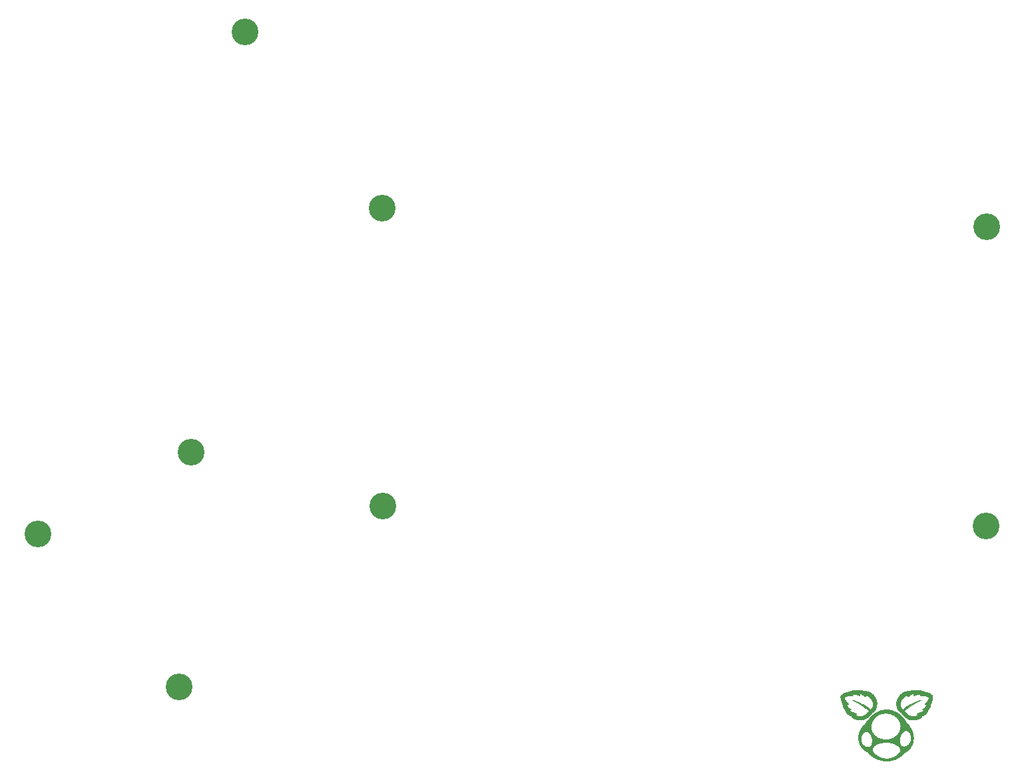
<source format=gbr>
%TF.GenerationSoftware,KiCad,Pcbnew,7.0.5-0*%
%TF.CreationDate,2024-02-11T16:28:25-08:00*%
%TF.ProjectId,Sofle_Pico_Bottom_Plate,536f666c-655f-4506-9963-6f5f426f7474,3.5.5*%
%TF.SameCoordinates,Original*%
%TF.FileFunction,Soldermask,Top*%
%TF.FilePolarity,Negative*%
%FSLAX46Y46*%
G04 Gerber Fmt 4.6, Leading zero omitted, Abs format (unit mm)*
G04 Created by KiCad (PCBNEW 7.0.5-0) date 2024-02-11 16:28:25*
%MOMM*%
%LPD*%
G01*
G04 APERTURE LIST*
%ADD10C,0.022619*%
%ADD11C,3.400000*%
G04 APERTURE END LIST*
%TO.C,REF\u002A\u002A*%
D10*
X188157952Y-127363632D02*
X188197722Y-127365223D01*
X188237587Y-127367758D01*
X188277502Y-127371252D01*
X188317417Y-127375721D01*
X188357287Y-127381180D01*
X188397063Y-127387646D01*
X188436698Y-127395133D01*
X188476146Y-127403659D01*
X188515359Y-127413238D01*
X188554289Y-127423886D01*
X188592889Y-127435619D01*
X188631113Y-127448453D01*
X188668912Y-127462403D01*
X188706240Y-127477486D01*
X188787192Y-127474029D01*
X188868850Y-127476362D01*
X188950925Y-127484356D01*
X189033127Y-127497884D01*
X189115166Y-127516816D01*
X189196750Y-127541024D01*
X189277591Y-127570379D01*
X189357398Y-127604753D01*
X189435881Y-127644017D01*
X189512749Y-127688042D01*
X189587713Y-127736700D01*
X189660483Y-127789863D01*
X189730767Y-127847401D01*
X189798277Y-127909187D01*
X189862721Y-127975091D01*
X189923810Y-128044985D01*
X189981254Y-128118741D01*
X190034762Y-128196229D01*
X190084045Y-128277321D01*
X190128811Y-128361889D01*
X190168772Y-128449804D01*
X190203636Y-128540938D01*
X190233114Y-128635161D01*
X190256915Y-128732346D01*
X190274750Y-128832364D01*
X190286328Y-128935085D01*
X190291358Y-129040382D01*
X190289552Y-129148126D01*
X190280618Y-129258188D01*
X190264267Y-129370440D01*
X190240208Y-129484754D01*
X190208151Y-129601000D01*
X190190078Y-129646749D01*
X190169813Y-129691461D01*
X190147442Y-129735087D01*
X190123048Y-129777577D01*
X190096715Y-129818883D01*
X190068529Y-129858955D01*
X190038572Y-129897745D01*
X190006929Y-129935203D01*
X189973685Y-129971281D01*
X189938924Y-130005930D01*
X189902730Y-130039101D01*
X189865186Y-130070744D01*
X189826378Y-130100812D01*
X189786389Y-130129254D01*
X189745304Y-130156022D01*
X189703208Y-130181067D01*
X189654371Y-130255262D01*
X189604537Y-130326657D01*
X189553454Y-130395327D01*
X189500866Y-130461345D01*
X189446519Y-130524785D01*
X189390159Y-130585722D01*
X189331532Y-130644230D01*
X189270383Y-130700383D01*
X189206460Y-130754255D01*
X189139506Y-130805920D01*
X189069268Y-130855452D01*
X188995493Y-130902925D01*
X188917925Y-130948414D01*
X188836310Y-130991992D01*
X188750395Y-131033734D01*
X188659925Y-131073713D01*
X188582109Y-131094360D01*
X188492209Y-131110854D01*
X188392198Y-131122720D01*
X188284047Y-131129487D01*
X188169729Y-131130681D01*
X188051213Y-131125828D01*
X187930474Y-131114457D01*
X187809482Y-131096095D01*
X187690209Y-131070267D01*
X187574627Y-131036502D01*
X187518836Y-131016494D01*
X187464708Y-130994325D01*
X187412488Y-130969936D01*
X187362423Y-130943266D01*
X187314760Y-130914256D01*
X187269745Y-130882849D01*
X187227624Y-130848984D01*
X187188645Y-130812603D01*
X187153053Y-130773645D01*
X187121095Y-130732054D01*
X187093017Y-130687768D01*
X187069066Y-130640729D01*
X186993936Y-130612424D01*
X186947783Y-130593510D01*
X186897110Y-130570717D01*
X186842821Y-130543517D01*
X186785820Y-130511379D01*
X186727011Y-130473777D01*
X186667297Y-130430180D01*
X186607583Y-130380059D01*
X186548772Y-130322887D01*
X186519988Y-130291491D01*
X186491769Y-130258134D01*
X186464227Y-130222750D01*
X186437477Y-130185272D01*
X186411630Y-130145634D01*
X186386800Y-130103771D01*
X186363099Y-130059616D01*
X186340641Y-130013103D01*
X186319539Y-129964166D01*
X186299906Y-129912739D01*
X186281855Y-129858756D01*
X186265498Y-129802150D01*
X186228529Y-129766698D01*
X186193785Y-129728232D01*
X186161296Y-129687061D01*
X186131092Y-129643498D01*
X186103203Y-129597852D01*
X186077659Y-129550433D01*
X186054489Y-129501553D01*
X186033724Y-129451521D01*
X186015394Y-129400649D01*
X185999528Y-129349247D01*
X185986157Y-129297625D01*
X185975310Y-129246095D01*
X185967017Y-129194966D01*
X185961309Y-129144548D01*
X185958215Y-129095154D01*
X185957765Y-129047093D01*
X185937818Y-129019142D01*
X185918940Y-128989873D01*
X185901085Y-128959422D01*
X185884208Y-128927925D01*
X185868264Y-128895518D01*
X185853208Y-128862339D01*
X185838994Y-128828524D01*
X185825577Y-128794208D01*
X185800953Y-128724623D01*
X185778973Y-128654675D01*
X185759276Y-128585455D01*
X185741499Y-128518055D01*
X185733037Y-128479155D01*
X185725147Y-128440038D01*
X185718081Y-128400731D01*
X185712093Y-128361256D01*
X185707434Y-128321640D01*
X185705683Y-128301786D01*
X185704359Y-128281905D01*
X185703494Y-128262002D01*
X185703244Y-128248692D01*
X186167183Y-128248692D01*
X186172520Y-128310386D01*
X186182088Y-128369287D01*
X186195489Y-128425455D01*
X186212325Y-128478950D01*
X186232197Y-128529832D01*
X186254707Y-128578161D01*
X186279455Y-128623998D01*
X186306045Y-128667401D01*
X186334076Y-128708432D01*
X186363150Y-128747150D01*
X186422836Y-128817888D01*
X186481913Y-128880096D01*
X186537194Y-128934253D01*
X186585490Y-128980840D01*
X186623614Y-129020337D01*
X186637864Y-129037577D01*
X186648376Y-129053225D01*
X186654751Y-129067340D01*
X186656589Y-129079983D01*
X186653494Y-129091214D01*
X186645065Y-129101093D01*
X186630906Y-129109679D01*
X186610616Y-129117034D01*
X186583798Y-129123216D01*
X186550053Y-129128286D01*
X186460189Y-129135330D01*
X186468409Y-129189351D01*
X186481589Y-129240777D01*
X186499241Y-129289663D01*
X186520884Y-129336061D01*
X186546030Y-129380024D01*
X186574196Y-129421605D01*
X186604898Y-129460857D01*
X186637651Y-129497834D01*
X186671969Y-129532588D01*
X186707369Y-129565172D01*
X186779474Y-129624042D01*
X186850090Y-129674869D01*
X186915339Y-129718077D01*
X187014230Y-129783331D01*
X187029541Y-129795545D01*
X187040118Y-129806225D01*
X187045476Y-129815425D01*
X187045131Y-129823196D01*
X187038598Y-129829593D01*
X187025393Y-129834668D01*
X187005031Y-129838474D01*
X186977027Y-129841064D01*
X186896156Y-129842808D01*
X186778903Y-129840326D01*
X186798771Y-129878452D01*
X186823994Y-129914403D01*
X186854048Y-129948282D01*
X186888412Y-129980191D01*
X186926563Y-130010234D01*
X186967979Y-130038514D01*
X187012137Y-130065132D01*
X187058515Y-130090193D01*
X187155840Y-130136051D01*
X187255777Y-130176910D01*
X187446766Y-130246922D01*
X187529459Y-130277720D01*
X187598047Y-130306809D01*
X187625745Y-130320969D01*
X187648350Y-130335011D01*
X187665338Y-130349037D01*
X187676188Y-130363150D01*
X187680377Y-130377452D01*
X187677382Y-130392047D01*
X187666682Y-130407037D01*
X187647754Y-130422525D01*
X187620075Y-130438614D01*
X187583124Y-130455406D01*
X187536377Y-130473005D01*
X187479312Y-130491513D01*
X187566688Y-130537265D01*
X187660633Y-130579498D01*
X187760455Y-130616760D01*
X187865457Y-130647599D01*
X187974943Y-130670562D01*
X188088219Y-130684196D01*
X188146061Y-130687061D01*
X188204590Y-130687048D01*
X188263718Y-130683978D01*
X188323359Y-130677667D01*
X188383425Y-130667934D01*
X188443831Y-130654598D01*
X188504489Y-130637477D01*
X188565312Y-130616390D01*
X188626213Y-130591155D01*
X188687105Y-130561590D01*
X188747902Y-130527514D01*
X188808516Y-130488745D01*
X188868860Y-130445101D01*
X188928848Y-130396402D01*
X188988393Y-130342465D01*
X189047408Y-130283109D01*
X189105805Y-130218152D01*
X189163498Y-130147413D01*
X189220401Y-130070710D01*
X189276425Y-129987862D01*
X189208127Y-129915432D01*
X189132847Y-129841451D01*
X189050337Y-129765853D01*
X188960349Y-129688571D01*
X188862635Y-129609540D01*
X188756945Y-129528693D01*
X188520645Y-129361286D01*
X188249460Y-129185820D01*
X187941403Y-129001767D01*
X187594486Y-128808595D01*
X187206719Y-128605776D01*
X187364774Y-128659917D01*
X187520801Y-128716356D01*
X187674734Y-128775168D01*
X187826508Y-128836425D01*
X187976055Y-128900200D01*
X188123309Y-128966567D01*
X188268205Y-129035597D01*
X188410675Y-129107363D01*
X188550653Y-129181940D01*
X188688074Y-129259399D01*
X188822870Y-129339815D01*
X188954975Y-129423258D01*
X189084323Y-129509804D01*
X189210847Y-129599524D01*
X189334482Y-129692491D01*
X189455161Y-129788779D01*
X189519969Y-129750880D01*
X189578138Y-129708531D01*
X189629798Y-129662057D01*
X189675080Y-129611787D01*
X189714116Y-129558048D01*
X189747038Y-129501165D01*
X189773977Y-129441467D01*
X189795064Y-129379281D01*
X189810431Y-129314932D01*
X189820209Y-129248750D01*
X189824529Y-129181059D01*
X189823524Y-129112189D01*
X189817324Y-129042464D01*
X189806061Y-128972214D01*
X189789867Y-128901764D01*
X189768872Y-128831441D01*
X189743208Y-128761574D01*
X189713007Y-128692488D01*
X189678400Y-128624510D01*
X189639518Y-128557969D01*
X189596494Y-128493190D01*
X189549457Y-128430502D01*
X189498541Y-128370230D01*
X189443875Y-128312702D01*
X189385593Y-128258245D01*
X189323824Y-128207186D01*
X189258700Y-128159852D01*
X189190354Y-128116570D01*
X189118916Y-128077667D01*
X189044518Y-128043470D01*
X188967290Y-128014307D01*
X188887366Y-127990504D01*
X188891398Y-128034194D01*
X188892757Y-128071016D01*
X188891531Y-128101332D01*
X188887810Y-128125506D01*
X188881682Y-128143901D01*
X188873235Y-128156879D01*
X188862560Y-128164804D01*
X188849744Y-128168039D01*
X188834877Y-128166947D01*
X188818048Y-128161892D01*
X188799344Y-128153236D01*
X188778856Y-128141342D01*
X188732881Y-128109296D01*
X188680834Y-128068657D01*
X188561364Y-127973222D01*
X188495364Y-127924237D01*
X188426135Y-127878279D01*
X188390531Y-127857344D01*
X188354387Y-127838255D01*
X188317791Y-127821375D01*
X188280833Y-127807068D01*
X188243600Y-127795697D01*
X188206182Y-127787624D01*
X188168668Y-127783214D01*
X188131146Y-127782829D01*
X188121148Y-127783454D01*
X188111154Y-127784400D01*
X188101168Y-127785675D01*
X188091190Y-127787282D01*
X188081226Y-127789230D01*
X188071276Y-127791523D01*
X188061345Y-127794167D01*
X188051435Y-127797169D01*
X188086022Y-127881665D01*
X188096238Y-127914812D01*
X188101970Y-127942363D01*
X188103397Y-127964674D01*
X188100694Y-127982099D01*
X188094040Y-127994993D01*
X188083610Y-128003709D01*
X188069582Y-128008603D01*
X188052132Y-128010028D01*
X188031438Y-128008341D01*
X188007676Y-128003894D01*
X187951658Y-127988140D01*
X187885493Y-127965604D01*
X187728384Y-127911530D01*
X187640270Y-127885662D01*
X187547671Y-127864357D01*
X187500131Y-127856300D01*
X187452001Y-127850448D01*
X187403458Y-127847154D01*
X187354677Y-127846773D01*
X187305837Y-127849659D01*
X187257114Y-127856167D01*
X187208685Y-127866651D01*
X187160727Y-127881466D01*
X187223258Y-127953110D01*
X187260898Y-128004471D01*
X187270938Y-128023469D01*
X187275420Y-128038505D01*
X187274566Y-128049947D01*
X187268598Y-128058165D01*
X187257736Y-128063530D01*
X187242203Y-128066409D01*
X187198009Y-128066189D01*
X187063317Y-128052184D01*
X186976365Y-128044309D01*
X186878705Y-128039791D01*
X186772111Y-128041586D01*
X186658356Y-128052650D01*
X186599347Y-128062581D01*
X186539213Y-128075938D01*
X186478175Y-128093089D01*
X186416454Y-128114404D01*
X186354273Y-128140252D01*
X186291853Y-128171003D01*
X186229416Y-128207027D01*
X186167183Y-128248692D01*
X185703244Y-128248692D01*
X185703119Y-128242078D01*
X185703267Y-128222138D01*
X185703969Y-128202183D01*
X185705092Y-128181879D01*
X185707283Y-128161690D01*
X185710523Y-128141661D01*
X185714792Y-128121840D01*
X185720070Y-128102275D01*
X185726339Y-128083012D01*
X185733577Y-128064099D01*
X185741767Y-128045582D01*
X185750887Y-128027509D01*
X185760920Y-128009927D01*
X185771844Y-127992883D01*
X185783642Y-127976424D01*
X185796292Y-127960597D01*
X185809776Y-127945450D01*
X185824074Y-127931029D01*
X185839167Y-127917381D01*
X185882393Y-127883761D01*
X185926848Y-127851854D01*
X185972461Y-127821667D01*
X186019160Y-127793205D01*
X186066875Y-127766476D01*
X186115533Y-127741485D01*
X186165064Y-127718239D01*
X186215396Y-127696745D01*
X186266458Y-127677008D01*
X186318179Y-127659034D01*
X186370487Y-127642831D01*
X186423311Y-127628405D01*
X186476580Y-127615761D01*
X186530223Y-127604907D01*
X186584167Y-127595847D01*
X186638343Y-127588590D01*
X186659976Y-127574746D01*
X186682055Y-127562139D01*
X186704562Y-127550632D01*
X186727477Y-127540087D01*
X186750781Y-127530365D01*
X186774453Y-127521329D01*
X186822825Y-127504759D01*
X186923132Y-127473769D01*
X186974753Y-127457138D01*
X187000862Y-127448055D01*
X187027144Y-127438276D01*
X187065704Y-127426824D01*
X187106040Y-127416543D01*
X187147904Y-127407459D01*
X187191051Y-127399595D01*
X187235235Y-127392973D01*
X187280210Y-127387618D01*
X187325728Y-127383553D01*
X187371546Y-127380801D01*
X187417415Y-127379386D01*
X187463090Y-127379331D01*
X187508325Y-127380660D01*
X187552874Y-127383397D01*
X187596491Y-127387564D01*
X187638929Y-127393186D01*
X187679942Y-127400285D01*
X187719285Y-127408885D01*
X187761608Y-127399139D01*
X187804845Y-127390492D01*
X187848915Y-127382971D01*
X187893735Y-127376603D01*
X187939224Y-127371417D01*
X187985300Y-127367438D01*
X188031882Y-127364696D01*
X188078888Y-127363216D01*
X188118325Y-127362968D01*
X188157952Y-127363632D01*
G36*
X188157952Y-127363632D02*
G01*
X188197722Y-127365223D01*
X188237587Y-127367758D01*
X188277502Y-127371252D01*
X188317417Y-127375721D01*
X188357287Y-127381180D01*
X188397063Y-127387646D01*
X188436698Y-127395133D01*
X188476146Y-127403659D01*
X188515359Y-127413238D01*
X188554289Y-127423886D01*
X188592889Y-127435619D01*
X188631113Y-127448453D01*
X188668912Y-127462403D01*
X188706240Y-127477486D01*
X188787192Y-127474029D01*
X188868850Y-127476362D01*
X188950925Y-127484356D01*
X189033127Y-127497884D01*
X189115166Y-127516816D01*
X189196750Y-127541024D01*
X189277591Y-127570379D01*
X189357398Y-127604753D01*
X189435881Y-127644017D01*
X189512749Y-127688042D01*
X189587713Y-127736700D01*
X189660483Y-127789863D01*
X189730767Y-127847401D01*
X189798277Y-127909187D01*
X189862721Y-127975091D01*
X189923810Y-128044985D01*
X189981254Y-128118741D01*
X190034762Y-128196229D01*
X190084045Y-128277321D01*
X190128811Y-128361889D01*
X190168772Y-128449804D01*
X190203636Y-128540938D01*
X190233114Y-128635161D01*
X190256915Y-128732346D01*
X190274750Y-128832364D01*
X190286328Y-128935085D01*
X190291358Y-129040382D01*
X190289552Y-129148126D01*
X190280618Y-129258188D01*
X190264267Y-129370440D01*
X190240208Y-129484754D01*
X190208151Y-129601000D01*
X190190078Y-129646749D01*
X190169813Y-129691461D01*
X190147442Y-129735087D01*
X190123048Y-129777577D01*
X190096715Y-129818883D01*
X190068529Y-129858955D01*
X190038572Y-129897745D01*
X190006929Y-129935203D01*
X189973685Y-129971281D01*
X189938924Y-130005930D01*
X189902730Y-130039101D01*
X189865186Y-130070744D01*
X189826378Y-130100812D01*
X189786389Y-130129254D01*
X189745304Y-130156022D01*
X189703208Y-130181067D01*
X189654371Y-130255262D01*
X189604537Y-130326657D01*
X189553454Y-130395327D01*
X189500866Y-130461345D01*
X189446519Y-130524785D01*
X189390159Y-130585722D01*
X189331532Y-130644230D01*
X189270383Y-130700383D01*
X189206460Y-130754255D01*
X189139506Y-130805920D01*
X189069268Y-130855452D01*
X188995493Y-130902925D01*
X188917925Y-130948414D01*
X188836310Y-130991992D01*
X188750395Y-131033734D01*
X188659925Y-131073713D01*
X188582109Y-131094360D01*
X188492209Y-131110854D01*
X188392198Y-131122720D01*
X188284047Y-131129487D01*
X188169729Y-131130681D01*
X188051213Y-131125828D01*
X187930474Y-131114457D01*
X187809482Y-131096095D01*
X187690209Y-131070267D01*
X187574627Y-131036502D01*
X187518836Y-131016494D01*
X187464708Y-130994325D01*
X187412488Y-130969936D01*
X187362423Y-130943266D01*
X187314760Y-130914256D01*
X187269745Y-130882849D01*
X187227624Y-130848984D01*
X187188645Y-130812603D01*
X187153053Y-130773645D01*
X187121095Y-130732054D01*
X187093017Y-130687768D01*
X187069066Y-130640729D01*
X186993936Y-130612424D01*
X186947783Y-130593510D01*
X186897110Y-130570717D01*
X186842821Y-130543517D01*
X186785820Y-130511379D01*
X186727011Y-130473777D01*
X186667297Y-130430180D01*
X186607583Y-130380059D01*
X186548772Y-130322887D01*
X186519988Y-130291491D01*
X186491769Y-130258134D01*
X186464227Y-130222750D01*
X186437477Y-130185272D01*
X186411630Y-130145634D01*
X186386800Y-130103771D01*
X186363099Y-130059616D01*
X186340641Y-130013103D01*
X186319539Y-129964166D01*
X186299906Y-129912739D01*
X186281855Y-129858756D01*
X186265498Y-129802150D01*
X186228529Y-129766698D01*
X186193785Y-129728232D01*
X186161296Y-129687061D01*
X186131092Y-129643498D01*
X186103203Y-129597852D01*
X186077659Y-129550433D01*
X186054489Y-129501553D01*
X186033724Y-129451521D01*
X186015394Y-129400649D01*
X185999528Y-129349247D01*
X185986157Y-129297625D01*
X185975310Y-129246095D01*
X185967017Y-129194966D01*
X185961309Y-129144548D01*
X185958215Y-129095154D01*
X185957765Y-129047093D01*
X185937818Y-129019142D01*
X185918940Y-128989873D01*
X185901085Y-128959422D01*
X185884208Y-128927925D01*
X185868264Y-128895518D01*
X185853208Y-128862339D01*
X185838994Y-128828524D01*
X185825577Y-128794208D01*
X185800953Y-128724623D01*
X185778973Y-128654675D01*
X185759276Y-128585455D01*
X185741499Y-128518055D01*
X185733037Y-128479155D01*
X185725147Y-128440038D01*
X185718081Y-128400731D01*
X185712093Y-128361256D01*
X185707434Y-128321640D01*
X185705683Y-128301786D01*
X185704359Y-128281905D01*
X185703494Y-128262002D01*
X185703244Y-128248692D01*
X186167183Y-128248692D01*
X186172520Y-128310386D01*
X186182088Y-128369287D01*
X186195489Y-128425455D01*
X186212325Y-128478950D01*
X186232197Y-128529832D01*
X186254707Y-128578161D01*
X186279455Y-128623998D01*
X186306045Y-128667401D01*
X186334076Y-128708432D01*
X186363150Y-128747150D01*
X186422836Y-128817888D01*
X186481913Y-128880096D01*
X186537194Y-128934253D01*
X186585490Y-128980840D01*
X186623614Y-129020337D01*
X186637864Y-129037577D01*
X186648376Y-129053225D01*
X186654751Y-129067340D01*
X186656589Y-129079983D01*
X186653494Y-129091214D01*
X186645065Y-129101093D01*
X186630906Y-129109679D01*
X186610616Y-129117034D01*
X186583798Y-129123216D01*
X186550053Y-129128286D01*
X186460189Y-129135330D01*
X186468409Y-129189351D01*
X186481589Y-129240777D01*
X186499241Y-129289663D01*
X186520884Y-129336061D01*
X186546030Y-129380024D01*
X186574196Y-129421605D01*
X186604898Y-129460857D01*
X186637651Y-129497834D01*
X186671969Y-129532588D01*
X186707369Y-129565172D01*
X186779474Y-129624042D01*
X186850090Y-129674869D01*
X186915339Y-129718077D01*
X187014230Y-129783331D01*
X187029541Y-129795545D01*
X187040118Y-129806225D01*
X187045476Y-129815425D01*
X187045131Y-129823196D01*
X187038598Y-129829593D01*
X187025393Y-129834668D01*
X187005031Y-129838474D01*
X186977027Y-129841064D01*
X186896156Y-129842808D01*
X186778903Y-129840326D01*
X186798771Y-129878452D01*
X186823994Y-129914403D01*
X186854048Y-129948282D01*
X186888412Y-129980191D01*
X186926563Y-130010234D01*
X186967979Y-130038514D01*
X187012137Y-130065132D01*
X187058515Y-130090193D01*
X187155840Y-130136051D01*
X187255777Y-130176910D01*
X187446766Y-130246922D01*
X187529459Y-130277720D01*
X187598047Y-130306809D01*
X187625745Y-130320969D01*
X187648350Y-130335011D01*
X187665338Y-130349037D01*
X187676188Y-130363150D01*
X187680377Y-130377452D01*
X187677382Y-130392047D01*
X187666682Y-130407037D01*
X187647754Y-130422525D01*
X187620075Y-130438614D01*
X187583124Y-130455406D01*
X187536377Y-130473005D01*
X187479312Y-130491513D01*
X187566688Y-130537265D01*
X187660633Y-130579498D01*
X187760455Y-130616760D01*
X187865457Y-130647599D01*
X187974943Y-130670562D01*
X188088219Y-130684196D01*
X188146061Y-130687061D01*
X188204590Y-130687048D01*
X188263718Y-130683978D01*
X188323359Y-130677667D01*
X188383425Y-130667934D01*
X188443831Y-130654598D01*
X188504489Y-130637477D01*
X188565312Y-130616390D01*
X188626213Y-130591155D01*
X188687105Y-130561590D01*
X188747902Y-130527514D01*
X188808516Y-130488745D01*
X188868860Y-130445101D01*
X188928848Y-130396402D01*
X188988393Y-130342465D01*
X189047408Y-130283109D01*
X189105805Y-130218152D01*
X189163498Y-130147413D01*
X189220401Y-130070710D01*
X189276425Y-129987862D01*
X189208127Y-129915432D01*
X189132847Y-129841451D01*
X189050337Y-129765853D01*
X188960349Y-129688571D01*
X188862635Y-129609540D01*
X188756945Y-129528693D01*
X188520645Y-129361286D01*
X188249460Y-129185820D01*
X187941403Y-129001767D01*
X187594486Y-128808595D01*
X187206719Y-128605776D01*
X187364774Y-128659917D01*
X187520801Y-128716356D01*
X187674734Y-128775168D01*
X187826508Y-128836425D01*
X187976055Y-128900200D01*
X188123309Y-128966567D01*
X188268205Y-129035597D01*
X188410675Y-129107363D01*
X188550653Y-129181940D01*
X188688074Y-129259399D01*
X188822870Y-129339815D01*
X188954975Y-129423258D01*
X189084323Y-129509804D01*
X189210847Y-129599524D01*
X189334482Y-129692491D01*
X189455161Y-129788779D01*
X189519969Y-129750880D01*
X189578138Y-129708531D01*
X189629798Y-129662057D01*
X189675080Y-129611787D01*
X189714116Y-129558048D01*
X189747038Y-129501165D01*
X189773977Y-129441467D01*
X189795064Y-129379281D01*
X189810431Y-129314932D01*
X189820209Y-129248750D01*
X189824529Y-129181059D01*
X189823524Y-129112189D01*
X189817324Y-129042464D01*
X189806061Y-128972214D01*
X189789867Y-128901764D01*
X189768872Y-128831441D01*
X189743208Y-128761574D01*
X189713007Y-128692488D01*
X189678400Y-128624510D01*
X189639518Y-128557969D01*
X189596494Y-128493190D01*
X189549457Y-128430502D01*
X189498541Y-128370230D01*
X189443875Y-128312702D01*
X189385593Y-128258245D01*
X189323824Y-128207186D01*
X189258700Y-128159852D01*
X189190354Y-128116570D01*
X189118916Y-128077667D01*
X189044518Y-128043470D01*
X188967290Y-128014307D01*
X188887366Y-127990504D01*
X188891398Y-128034194D01*
X188892757Y-128071016D01*
X188891531Y-128101332D01*
X188887810Y-128125506D01*
X188881682Y-128143901D01*
X188873235Y-128156879D01*
X188862560Y-128164804D01*
X188849744Y-128168039D01*
X188834877Y-128166947D01*
X188818048Y-128161892D01*
X188799344Y-128153236D01*
X188778856Y-128141342D01*
X188732881Y-128109296D01*
X188680834Y-128068657D01*
X188561364Y-127973222D01*
X188495364Y-127924237D01*
X188426135Y-127878279D01*
X188390531Y-127857344D01*
X188354387Y-127838255D01*
X188317791Y-127821375D01*
X188280833Y-127807068D01*
X188243600Y-127795697D01*
X188206182Y-127787624D01*
X188168668Y-127783214D01*
X188131146Y-127782829D01*
X188121148Y-127783454D01*
X188111154Y-127784400D01*
X188101168Y-127785675D01*
X188091190Y-127787282D01*
X188081226Y-127789230D01*
X188071276Y-127791523D01*
X188061345Y-127794167D01*
X188051435Y-127797169D01*
X188086022Y-127881665D01*
X188096238Y-127914812D01*
X188101970Y-127942363D01*
X188103397Y-127964674D01*
X188100694Y-127982099D01*
X188094040Y-127994993D01*
X188083610Y-128003709D01*
X188069582Y-128008603D01*
X188052132Y-128010028D01*
X188031438Y-128008341D01*
X188007676Y-128003894D01*
X187951658Y-127988140D01*
X187885493Y-127965604D01*
X187728384Y-127911530D01*
X187640270Y-127885662D01*
X187547671Y-127864357D01*
X187500131Y-127856300D01*
X187452001Y-127850448D01*
X187403458Y-127847154D01*
X187354677Y-127846773D01*
X187305837Y-127849659D01*
X187257114Y-127856167D01*
X187208685Y-127866651D01*
X187160727Y-127881466D01*
X187223258Y-127953110D01*
X187260898Y-128004471D01*
X187270938Y-128023469D01*
X187275420Y-128038505D01*
X187274566Y-128049947D01*
X187268598Y-128058165D01*
X187257736Y-128063530D01*
X187242203Y-128066409D01*
X187198009Y-128066189D01*
X187063317Y-128052184D01*
X186976365Y-128044309D01*
X186878705Y-128039791D01*
X186772111Y-128041586D01*
X186658356Y-128052650D01*
X186599347Y-128062581D01*
X186539213Y-128075938D01*
X186478175Y-128093089D01*
X186416454Y-128114404D01*
X186354273Y-128140252D01*
X186291853Y-128171003D01*
X186229416Y-128207027D01*
X186167183Y-128248692D01*
X185703244Y-128248692D01*
X185703119Y-128242078D01*
X185703267Y-128222138D01*
X185703969Y-128202183D01*
X185705092Y-128181879D01*
X185707283Y-128161690D01*
X185710523Y-128141661D01*
X185714792Y-128121840D01*
X185720070Y-128102275D01*
X185726339Y-128083012D01*
X185733577Y-128064099D01*
X185741767Y-128045582D01*
X185750887Y-128027509D01*
X185760920Y-128009927D01*
X185771844Y-127992883D01*
X185783642Y-127976424D01*
X185796292Y-127960597D01*
X185809776Y-127945450D01*
X185824074Y-127931029D01*
X185839167Y-127917381D01*
X185882393Y-127883761D01*
X185926848Y-127851854D01*
X185972461Y-127821667D01*
X186019160Y-127793205D01*
X186066875Y-127766476D01*
X186115533Y-127741485D01*
X186165064Y-127718239D01*
X186215396Y-127696745D01*
X186266458Y-127677008D01*
X186318179Y-127659034D01*
X186370487Y-127642831D01*
X186423311Y-127628405D01*
X186476580Y-127615761D01*
X186530223Y-127604907D01*
X186584167Y-127595847D01*
X186638343Y-127588590D01*
X186659976Y-127574746D01*
X186682055Y-127562139D01*
X186704562Y-127550632D01*
X186727477Y-127540087D01*
X186750781Y-127530365D01*
X186774453Y-127521329D01*
X186822825Y-127504759D01*
X186923132Y-127473769D01*
X186974753Y-127457138D01*
X187000862Y-127448055D01*
X187027144Y-127438276D01*
X187065704Y-127426824D01*
X187106040Y-127416543D01*
X187147904Y-127407459D01*
X187191051Y-127399595D01*
X187235235Y-127392973D01*
X187280210Y-127387618D01*
X187325728Y-127383553D01*
X187371546Y-127380801D01*
X187417415Y-127379386D01*
X187463090Y-127379331D01*
X187508325Y-127380660D01*
X187552874Y-127383397D01*
X187596491Y-127387564D01*
X187638929Y-127393186D01*
X187679942Y-127400285D01*
X187719285Y-127408885D01*
X187761608Y-127399139D01*
X187804845Y-127390492D01*
X187848915Y-127382971D01*
X187893735Y-127376603D01*
X187939224Y-127371417D01*
X187985300Y-127367438D01*
X188031882Y-127364696D01*
X188078888Y-127363216D01*
X188118325Y-127362968D01*
X188157952Y-127363632D01*
G37*
X195011113Y-127363216D02*
X195058119Y-127364696D01*
X195104701Y-127367438D01*
X195150778Y-127371417D01*
X195196267Y-127376603D01*
X195241087Y-127382971D01*
X195285156Y-127390492D01*
X195328393Y-127399139D01*
X195370716Y-127408885D01*
X195410059Y-127400285D01*
X195451072Y-127393186D01*
X195493510Y-127387564D01*
X195537127Y-127383397D01*
X195581676Y-127380660D01*
X195626911Y-127379331D01*
X195672586Y-127379386D01*
X195718456Y-127380801D01*
X195764273Y-127383553D01*
X195809792Y-127387618D01*
X195854766Y-127392973D01*
X195898950Y-127399595D01*
X195942097Y-127407459D01*
X195983962Y-127416543D01*
X196024297Y-127426824D01*
X196062858Y-127438276D01*
X196089139Y-127448055D01*
X196115248Y-127457138D01*
X196166869Y-127473769D01*
X196267176Y-127504759D01*
X196315548Y-127521329D01*
X196339220Y-127530365D01*
X196362524Y-127540087D01*
X196385439Y-127550632D01*
X196407946Y-127562139D01*
X196430026Y-127574746D01*
X196451658Y-127588590D01*
X196505834Y-127595847D01*
X196559779Y-127604907D01*
X196613421Y-127615761D01*
X196666690Y-127628405D01*
X196719514Y-127642831D01*
X196771822Y-127659034D01*
X196823543Y-127677008D01*
X196874605Y-127696745D01*
X196924937Y-127718239D01*
X196974468Y-127741485D01*
X197023126Y-127766476D01*
X197070841Y-127793205D01*
X197117540Y-127821667D01*
X197163153Y-127851854D01*
X197207608Y-127883761D01*
X197250834Y-127917381D01*
X197265926Y-127931029D01*
X197280225Y-127945450D01*
X197293709Y-127960597D01*
X197306359Y-127976424D01*
X197318157Y-127992883D01*
X197329081Y-128009927D01*
X197339114Y-128027509D01*
X197348234Y-128045582D01*
X197356424Y-128064099D01*
X197363662Y-128083012D01*
X197369931Y-128102275D01*
X197375209Y-128121840D01*
X197379478Y-128141661D01*
X197382718Y-128161690D01*
X197384909Y-128181879D01*
X197386032Y-128202183D01*
X197386734Y-128222138D01*
X197386882Y-128242078D01*
X197386507Y-128262002D01*
X197385642Y-128281905D01*
X197384318Y-128301786D01*
X197382567Y-128321640D01*
X197377908Y-128361256D01*
X197371920Y-128400731D01*
X197364854Y-128440038D01*
X197356964Y-128479155D01*
X197348502Y-128518055D01*
X197330725Y-128585455D01*
X197311028Y-128654675D01*
X197289048Y-128724623D01*
X197264424Y-128794208D01*
X197251007Y-128828524D01*
X197236793Y-128862339D01*
X197221737Y-128895518D01*
X197205793Y-128927925D01*
X197188916Y-128959422D01*
X197171062Y-128989873D01*
X197152183Y-129019142D01*
X197132237Y-129047093D01*
X197131787Y-129095154D01*
X197128692Y-129144548D01*
X197122984Y-129194966D01*
X197114691Y-129246095D01*
X197103845Y-129297625D01*
X197090473Y-129349247D01*
X197074607Y-129400649D01*
X197056277Y-129451521D01*
X197035512Y-129501553D01*
X197012342Y-129550433D01*
X196986798Y-129597852D01*
X196958909Y-129643498D01*
X196928705Y-129687061D01*
X196896216Y-129728232D01*
X196861472Y-129766698D01*
X196824503Y-129802150D01*
X196808146Y-129858756D01*
X196790095Y-129912739D01*
X196770461Y-129964166D01*
X196749359Y-130013103D01*
X196726902Y-130059616D01*
X196703201Y-130103771D01*
X196678371Y-130145634D01*
X196652524Y-130185272D01*
X196625774Y-130222750D01*
X196598232Y-130258134D01*
X196570013Y-130291491D01*
X196541229Y-130322887D01*
X196482418Y-130380059D01*
X196422704Y-130430180D01*
X196362990Y-130473777D01*
X196304181Y-130511379D01*
X196247180Y-130543517D01*
X196192891Y-130570717D01*
X196142219Y-130593510D01*
X196096066Y-130612424D01*
X196020935Y-130640729D01*
X195996984Y-130687768D01*
X195968907Y-130732054D01*
X195936948Y-130773645D01*
X195901356Y-130812602D01*
X195862377Y-130848984D01*
X195820256Y-130882849D01*
X195775241Y-130914256D01*
X195727578Y-130943265D01*
X195677513Y-130969935D01*
X195625293Y-130994325D01*
X195571165Y-131016494D01*
X195515374Y-131036501D01*
X195399792Y-131070267D01*
X195280519Y-131096095D01*
X195159527Y-131114457D01*
X195038788Y-131125828D01*
X194920273Y-131130681D01*
X194805954Y-131129487D01*
X194697803Y-131122720D01*
X194597792Y-131110854D01*
X194507892Y-131094360D01*
X194430076Y-131073713D01*
X194339606Y-131033734D01*
X194253691Y-130991992D01*
X194172076Y-130948414D01*
X194094508Y-130902925D01*
X194020733Y-130855452D01*
X193950495Y-130805920D01*
X193883541Y-130754255D01*
X193819617Y-130700383D01*
X193758469Y-130644230D01*
X193699842Y-130585722D01*
X193643482Y-130524785D01*
X193589135Y-130461345D01*
X193536547Y-130395327D01*
X193485463Y-130326657D01*
X193435630Y-130255262D01*
X193386793Y-130181067D01*
X193344696Y-130156022D01*
X193303611Y-130129254D01*
X193263623Y-130100812D01*
X193224815Y-130070744D01*
X193187271Y-130039101D01*
X193151077Y-130005930D01*
X193116315Y-129971281D01*
X193083071Y-129935203D01*
X193051429Y-129897745D01*
X193021472Y-129858955D01*
X192993286Y-129818883D01*
X192966953Y-129777577D01*
X192942559Y-129735087D01*
X192920188Y-129691461D01*
X192899923Y-129646749D01*
X192881850Y-129601000D01*
X192849793Y-129484754D01*
X192825734Y-129370440D01*
X192809383Y-129258188D01*
X192803122Y-129181059D01*
X193265471Y-129181059D01*
X193269791Y-129248750D01*
X193279569Y-129314932D01*
X193294936Y-129379281D01*
X193316023Y-129441467D01*
X193342962Y-129501165D01*
X193375884Y-129558048D01*
X193414920Y-129611787D01*
X193460203Y-129662057D01*
X193511862Y-129708531D01*
X193570031Y-129750880D01*
X193634840Y-129788779D01*
X193755518Y-129692491D01*
X193879153Y-129599524D01*
X194005677Y-129509804D01*
X194135025Y-129423258D01*
X194267130Y-129339815D01*
X194401926Y-129259399D01*
X194539346Y-129181940D01*
X194679325Y-129107363D01*
X194821795Y-129035597D01*
X194966690Y-128966567D01*
X195113945Y-128900200D01*
X195263492Y-128836425D01*
X195415266Y-128775168D01*
X195569199Y-128716356D01*
X195725226Y-128659917D01*
X195883281Y-128605776D01*
X195495514Y-128808595D01*
X195148597Y-129001767D01*
X194840540Y-129185820D01*
X194569356Y-129361286D01*
X194333055Y-129528693D01*
X194227365Y-129609540D01*
X194129651Y-129688571D01*
X194039663Y-129765853D01*
X193957153Y-129841451D01*
X193881873Y-129915432D01*
X193813575Y-129987862D01*
X193869599Y-130070710D01*
X193926502Y-130147413D01*
X193984195Y-130218152D01*
X194042592Y-130283109D01*
X194101607Y-130342465D01*
X194161152Y-130396402D01*
X194221140Y-130445101D01*
X194281485Y-130488745D01*
X194342099Y-130527514D01*
X194402895Y-130561590D01*
X194463788Y-130591155D01*
X194524689Y-130616390D01*
X194585512Y-130637477D01*
X194646169Y-130654598D01*
X194706575Y-130667934D01*
X194766642Y-130677667D01*
X194826283Y-130683978D01*
X194885411Y-130687048D01*
X194943939Y-130687061D01*
X195001781Y-130684196D01*
X195115057Y-130670562D01*
X195224544Y-130647599D01*
X195329545Y-130616760D01*
X195429367Y-130579498D01*
X195523312Y-130537265D01*
X195610687Y-130491513D01*
X195553623Y-130473005D01*
X195506876Y-130455406D01*
X195469924Y-130438614D01*
X195442246Y-130422525D01*
X195423317Y-130407037D01*
X195412617Y-130392047D01*
X195409623Y-130377452D01*
X195413812Y-130363150D01*
X195424662Y-130349037D01*
X195441650Y-130335011D01*
X195464254Y-130320969D01*
X195491952Y-130306809D01*
X195560540Y-130277720D01*
X195643234Y-130246922D01*
X195834223Y-130176910D01*
X195934159Y-130136051D01*
X196031485Y-130090193D01*
X196077863Y-130065132D01*
X196122021Y-130038514D01*
X196163437Y-130010234D01*
X196201588Y-129980191D01*
X196235952Y-129948282D01*
X196266006Y-129914403D01*
X196291229Y-129878452D01*
X196311097Y-129840326D01*
X196193844Y-129842808D01*
X196112973Y-129841064D01*
X196084969Y-129838474D01*
X196064607Y-129834668D01*
X196051402Y-129829593D01*
X196044869Y-129823196D01*
X196044524Y-129815425D01*
X196049882Y-129806225D01*
X196060459Y-129795545D01*
X196075770Y-129783331D01*
X196174661Y-129718077D01*
X196239910Y-129674869D01*
X196310526Y-129624042D01*
X196382631Y-129565172D01*
X196418031Y-129532588D01*
X196452350Y-129497834D01*
X196485102Y-129460857D01*
X196515804Y-129421605D01*
X196543970Y-129380024D01*
X196569117Y-129336061D01*
X196590759Y-129289663D01*
X196608411Y-129240777D01*
X196621591Y-129189351D01*
X196629811Y-129135330D01*
X196539947Y-129128286D01*
X196506202Y-129123216D01*
X196479384Y-129117034D01*
X196459094Y-129109679D01*
X196444934Y-129101093D01*
X196436506Y-129091214D01*
X196433410Y-129079983D01*
X196435249Y-129067340D01*
X196441624Y-129053225D01*
X196452136Y-129037577D01*
X196466386Y-129020337D01*
X196504510Y-128980840D01*
X196552806Y-128934253D01*
X196608087Y-128880096D01*
X196667164Y-128817888D01*
X196726850Y-128747150D01*
X196755924Y-128708432D01*
X196783956Y-128667401D01*
X196810545Y-128623998D01*
X196835293Y-128578161D01*
X196857803Y-128529832D01*
X196877675Y-128478950D01*
X196894511Y-128425455D01*
X196907912Y-128369287D01*
X196917481Y-128310386D01*
X196922817Y-128248692D01*
X196860584Y-128207027D01*
X196798147Y-128171003D01*
X196735727Y-128140252D01*
X196673546Y-128114404D01*
X196611826Y-128093089D01*
X196550788Y-128075938D01*
X196490653Y-128062581D01*
X196431644Y-128052650D01*
X196317889Y-128041586D01*
X196211295Y-128039791D01*
X196113636Y-128044309D01*
X196026683Y-128052184D01*
X195891991Y-128066189D01*
X195847797Y-128066409D01*
X195832264Y-128063530D01*
X195821403Y-128058165D01*
X195815434Y-128049947D01*
X195814580Y-128038505D01*
X195819062Y-128023469D01*
X195829102Y-128004471D01*
X195866742Y-127953110D01*
X195929273Y-127881466D01*
X195881315Y-127866651D01*
X195832886Y-127856167D01*
X195784163Y-127849659D01*
X195735323Y-127846773D01*
X195686542Y-127847154D01*
X195637999Y-127850448D01*
X195589869Y-127856300D01*
X195542329Y-127864357D01*
X195449730Y-127885662D01*
X195361617Y-127911530D01*
X195204507Y-127965604D01*
X195138342Y-127988140D01*
X195082324Y-128003894D01*
X195058562Y-128008341D01*
X195037868Y-128010028D01*
X195020419Y-128008603D01*
X195006390Y-128003709D01*
X194995960Y-127994993D01*
X194989306Y-127982099D01*
X194986603Y-127964674D01*
X194988030Y-127942363D01*
X194993762Y-127914812D01*
X195003977Y-127881665D01*
X195038565Y-127797169D01*
X195028655Y-127794167D01*
X195018724Y-127791523D01*
X195008774Y-127789230D01*
X194998810Y-127787282D01*
X194988832Y-127785675D01*
X194978846Y-127784400D01*
X194968852Y-127783454D01*
X194958854Y-127782829D01*
X194921332Y-127783214D01*
X194883818Y-127787624D01*
X194846400Y-127795697D01*
X194809167Y-127807068D01*
X194772209Y-127821375D01*
X194735613Y-127838255D01*
X194699469Y-127857344D01*
X194663866Y-127878279D01*
X194594636Y-127924237D01*
X194528636Y-127973222D01*
X194409167Y-128068657D01*
X194357119Y-128109296D01*
X194311144Y-128141342D01*
X194290656Y-128153236D01*
X194271953Y-128161892D01*
X194255123Y-128166947D01*
X194240256Y-128168039D01*
X194227440Y-128164804D01*
X194216765Y-128156879D01*
X194208319Y-128143901D01*
X194202190Y-128125506D01*
X194198469Y-128101332D01*
X194197243Y-128071016D01*
X194198602Y-128034194D01*
X194202634Y-127990504D01*
X194122709Y-128014307D01*
X194045482Y-128043470D01*
X193971084Y-128077667D01*
X193899646Y-128116570D01*
X193831299Y-128159852D01*
X193766176Y-128207186D01*
X193704407Y-128258245D01*
X193646124Y-128312702D01*
X193591459Y-128370230D01*
X193540542Y-128430502D01*
X193493506Y-128493190D01*
X193450481Y-128557969D01*
X193411600Y-128624510D01*
X193376993Y-128692488D01*
X193346792Y-128761574D01*
X193321128Y-128831441D01*
X193300133Y-128901764D01*
X193283939Y-128972214D01*
X193272676Y-129042464D01*
X193266476Y-129112189D01*
X193265471Y-129181059D01*
X192803122Y-129181059D01*
X192800449Y-129148126D01*
X192798642Y-129040382D01*
X192803673Y-128935085D01*
X192815251Y-128832364D01*
X192833086Y-128732346D01*
X192856887Y-128635161D01*
X192886365Y-128540938D01*
X192921229Y-128449804D01*
X192961189Y-128361889D01*
X193005956Y-128277321D01*
X193055238Y-128196229D01*
X193108747Y-128118741D01*
X193166190Y-128044985D01*
X193227280Y-127975091D01*
X193291724Y-127909187D01*
X193359234Y-127847402D01*
X193429518Y-127789863D01*
X193502288Y-127736700D01*
X193577252Y-127688042D01*
X193654120Y-127644017D01*
X193732603Y-127604753D01*
X193812410Y-127570379D01*
X193893251Y-127541024D01*
X193974835Y-127516816D01*
X194056874Y-127497884D01*
X194139076Y-127484356D01*
X194221151Y-127476362D01*
X194302810Y-127474029D01*
X194383761Y-127477486D01*
X194421089Y-127462403D01*
X194458888Y-127448453D01*
X194497112Y-127435619D01*
X194535712Y-127423886D01*
X194574642Y-127413238D01*
X194613855Y-127403659D01*
X194653302Y-127395133D01*
X194692938Y-127387646D01*
X194732714Y-127381180D01*
X194772584Y-127375721D01*
X194812499Y-127371252D01*
X194852414Y-127367758D01*
X194892280Y-127365223D01*
X194932050Y-127363632D01*
X194971677Y-127362968D01*
X195011113Y-127363216D01*
G36*
X195011113Y-127363216D02*
G01*
X195058119Y-127364696D01*
X195104701Y-127367438D01*
X195150778Y-127371417D01*
X195196267Y-127376603D01*
X195241087Y-127382971D01*
X195285156Y-127390492D01*
X195328393Y-127399139D01*
X195370716Y-127408885D01*
X195410059Y-127400285D01*
X195451072Y-127393186D01*
X195493510Y-127387564D01*
X195537127Y-127383397D01*
X195581676Y-127380660D01*
X195626911Y-127379331D01*
X195672586Y-127379386D01*
X195718456Y-127380801D01*
X195764273Y-127383553D01*
X195809792Y-127387618D01*
X195854766Y-127392973D01*
X195898950Y-127399595D01*
X195942097Y-127407459D01*
X195983962Y-127416543D01*
X196024297Y-127426824D01*
X196062858Y-127438276D01*
X196089139Y-127448055D01*
X196115248Y-127457138D01*
X196166869Y-127473769D01*
X196267176Y-127504759D01*
X196315548Y-127521329D01*
X196339220Y-127530365D01*
X196362524Y-127540087D01*
X196385439Y-127550632D01*
X196407946Y-127562139D01*
X196430026Y-127574746D01*
X196451658Y-127588590D01*
X196505834Y-127595847D01*
X196559779Y-127604907D01*
X196613421Y-127615761D01*
X196666690Y-127628405D01*
X196719514Y-127642831D01*
X196771822Y-127659034D01*
X196823543Y-127677008D01*
X196874605Y-127696745D01*
X196924937Y-127718239D01*
X196974468Y-127741485D01*
X197023126Y-127766476D01*
X197070841Y-127793205D01*
X197117540Y-127821667D01*
X197163153Y-127851854D01*
X197207608Y-127883761D01*
X197250834Y-127917381D01*
X197265926Y-127931029D01*
X197280225Y-127945450D01*
X197293709Y-127960597D01*
X197306359Y-127976424D01*
X197318157Y-127992883D01*
X197329081Y-128009927D01*
X197339114Y-128027509D01*
X197348234Y-128045582D01*
X197356424Y-128064099D01*
X197363662Y-128083012D01*
X197369931Y-128102275D01*
X197375209Y-128121840D01*
X197379478Y-128141661D01*
X197382718Y-128161690D01*
X197384909Y-128181879D01*
X197386032Y-128202183D01*
X197386734Y-128222138D01*
X197386882Y-128242078D01*
X197386507Y-128262002D01*
X197385642Y-128281905D01*
X197384318Y-128301786D01*
X197382567Y-128321640D01*
X197377908Y-128361256D01*
X197371920Y-128400731D01*
X197364854Y-128440038D01*
X197356964Y-128479155D01*
X197348502Y-128518055D01*
X197330725Y-128585455D01*
X197311028Y-128654675D01*
X197289048Y-128724623D01*
X197264424Y-128794208D01*
X197251007Y-128828524D01*
X197236793Y-128862339D01*
X197221737Y-128895518D01*
X197205793Y-128927925D01*
X197188916Y-128959422D01*
X197171062Y-128989873D01*
X197152183Y-129019142D01*
X197132237Y-129047093D01*
X197131787Y-129095154D01*
X197128692Y-129144548D01*
X197122984Y-129194966D01*
X197114691Y-129246095D01*
X197103845Y-129297625D01*
X197090473Y-129349247D01*
X197074607Y-129400649D01*
X197056277Y-129451521D01*
X197035512Y-129501553D01*
X197012342Y-129550433D01*
X196986798Y-129597852D01*
X196958909Y-129643498D01*
X196928705Y-129687061D01*
X196896216Y-129728232D01*
X196861472Y-129766698D01*
X196824503Y-129802150D01*
X196808146Y-129858756D01*
X196790095Y-129912739D01*
X196770461Y-129964166D01*
X196749359Y-130013103D01*
X196726902Y-130059616D01*
X196703201Y-130103771D01*
X196678371Y-130145634D01*
X196652524Y-130185272D01*
X196625774Y-130222750D01*
X196598232Y-130258134D01*
X196570013Y-130291491D01*
X196541229Y-130322887D01*
X196482418Y-130380059D01*
X196422704Y-130430180D01*
X196362990Y-130473777D01*
X196304181Y-130511379D01*
X196247180Y-130543517D01*
X196192891Y-130570717D01*
X196142219Y-130593510D01*
X196096066Y-130612424D01*
X196020935Y-130640729D01*
X195996984Y-130687768D01*
X195968907Y-130732054D01*
X195936948Y-130773645D01*
X195901356Y-130812602D01*
X195862377Y-130848984D01*
X195820256Y-130882849D01*
X195775241Y-130914256D01*
X195727578Y-130943265D01*
X195677513Y-130969935D01*
X195625293Y-130994325D01*
X195571165Y-131016494D01*
X195515374Y-131036501D01*
X195399792Y-131070267D01*
X195280519Y-131096095D01*
X195159527Y-131114457D01*
X195038788Y-131125828D01*
X194920273Y-131130681D01*
X194805954Y-131129487D01*
X194697803Y-131122720D01*
X194597792Y-131110854D01*
X194507892Y-131094360D01*
X194430076Y-131073713D01*
X194339606Y-131033734D01*
X194253691Y-130991992D01*
X194172076Y-130948414D01*
X194094508Y-130902925D01*
X194020733Y-130855452D01*
X193950495Y-130805920D01*
X193883541Y-130754255D01*
X193819617Y-130700383D01*
X193758469Y-130644230D01*
X193699842Y-130585722D01*
X193643482Y-130524785D01*
X193589135Y-130461345D01*
X193536547Y-130395327D01*
X193485463Y-130326657D01*
X193435630Y-130255262D01*
X193386793Y-130181067D01*
X193344696Y-130156022D01*
X193303611Y-130129254D01*
X193263623Y-130100812D01*
X193224815Y-130070744D01*
X193187271Y-130039101D01*
X193151077Y-130005930D01*
X193116315Y-129971281D01*
X193083071Y-129935203D01*
X193051429Y-129897745D01*
X193021472Y-129858955D01*
X192993286Y-129818883D01*
X192966953Y-129777577D01*
X192942559Y-129735087D01*
X192920188Y-129691461D01*
X192899923Y-129646749D01*
X192881850Y-129601000D01*
X192849793Y-129484754D01*
X192825734Y-129370440D01*
X192809383Y-129258188D01*
X192803122Y-129181059D01*
X193265471Y-129181059D01*
X193269791Y-129248750D01*
X193279569Y-129314932D01*
X193294936Y-129379281D01*
X193316023Y-129441467D01*
X193342962Y-129501165D01*
X193375884Y-129558048D01*
X193414920Y-129611787D01*
X193460203Y-129662057D01*
X193511862Y-129708531D01*
X193570031Y-129750880D01*
X193634840Y-129788779D01*
X193755518Y-129692491D01*
X193879153Y-129599524D01*
X194005677Y-129509804D01*
X194135025Y-129423258D01*
X194267130Y-129339815D01*
X194401926Y-129259399D01*
X194539346Y-129181940D01*
X194679325Y-129107363D01*
X194821795Y-129035597D01*
X194966690Y-128966567D01*
X195113945Y-128900200D01*
X195263492Y-128836425D01*
X195415266Y-128775168D01*
X195569199Y-128716356D01*
X195725226Y-128659917D01*
X195883281Y-128605776D01*
X195495514Y-128808595D01*
X195148597Y-129001767D01*
X194840540Y-129185820D01*
X194569356Y-129361286D01*
X194333055Y-129528693D01*
X194227365Y-129609540D01*
X194129651Y-129688571D01*
X194039663Y-129765853D01*
X193957153Y-129841451D01*
X193881873Y-129915432D01*
X193813575Y-129987862D01*
X193869599Y-130070710D01*
X193926502Y-130147413D01*
X193984195Y-130218152D01*
X194042592Y-130283109D01*
X194101607Y-130342465D01*
X194161152Y-130396402D01*
X194221140Y-130445101D01*
X194281485Y-130488745D01*
X194342099Y-130527514D01*
X194402895Y-130561590D01*
X194463788Y-130591155D01*
X194524689Y-130616390D01*
X194585512Y-130637477D01*
X194646169Y-130654598D01*
X194706575Y-130667934D01*
X194766642Y-130677667D01*
X194826283Y-130683978D01*
X194885411Y-130687048D01*
X194943939Y-130687061D01*
X195001781Y-130684196D01*
X195115057Y-130670562D01*
X195224544Y-130647599D01*
X195329545Y-130616760D01*
X195429367Y-130579498D01*
X195523312Y-130537265D01*
X195610687Y-130491513D01*
X195553623Y-130473005D01*
X195506876Y-130455406D01*
X195469924Y-130438614D01*
X195442246Y-130422525D01*
X195423317Y-130407037D01*
X195412617Y-130392047D01*
X195409623Y-130377452D01*
X195413812Y-130363150D01*
X195424662Y-130349037D01*
X195441650Y-130335011D01*
X195464254Y-130320969D01*
X195491952Y-130306809D01*
X195560540Y-130277720D01*
X195643234Y-130246922D01*
X195834223Y-130176910D01*
X195934159Y-130136051D01*
X196031485Y-130090193D01*
X196077863Y-130065132D01*
X196122021Y-130038514D01*
X196163437Y-130010234D01*
X196201588Y-129980191D01*
X196235952Y-129948282D01*
X196266006Y-129914403D01*
X196291229Y-129878452D01*
X196311097Y-129840326D01*
X196193844Y-129842808D01*
X196112973Y-129841064D01*
X196084969Y-129838474D01*
X196064607Y-129834668D01*
X196051402Y-129829593D01*
X196044869Y-129823196D01*
X196044524Y-129815425D01*
X196049882Y-129806225D01*
X196060459Y-129795545D01*
X196075770Y-129783331D01*
X196174661Y-129718077D01*
X196239910Y-129674869D01*
X196310526Y-129624042D01*
X196382631Y-129565172D01*
X196418031Y-129532588D01*
X196452350Y-129497834D01*
X196485102Y-129460857D01*
X196515804Y-129421605D01*
X196543970Y-129380024D01*
X196569117Y-129336061D01*
X196590759Y-129289663D01*
X196608411Y-129240777D01*
X196621591Y-129189351D01*
X196629811Y-129135330D01*
X196539947Y-129128286D01*
X196506202Y-129123216D01*
X196479384Y-129117034D01*
X196459094Y-129109679D01*
X196444934Y-129101093D01*
X196436506Y-129091214D01*
X196433410Y-129079983D01*
X196435249Y-129067340D01*
X196441624Y-129053225D01*
X196452136Y-129037577D01*
X196466386Y-129020337D01*
X196504510Y-128980840D01*
X196552806Y-128934253D01*
X196608087Y-128880096D01*
X196667164Y-128817888D01*
X196726850Y-128747150D01*
X196755924Y-128708432D01*
X196783956Y-128667401D01*
X196810545Y-128623998D01*
X196835293Y-128578161D01*
X196857803Y-128529832D01*
X196877675Y-128478950D01*
X196894511Y-128425455D01*
X196907912Y-128369287D01*
X196917481Y-128310386D01*
X196922817Y-128248692D01*
X196860584Y-128207027D01*
X196798147Y-128171003D01*
X196735727Y-128140252D01*
X196673546Y-128114404D01*
X196611826Y-128093089D01*
X196550788Y-128075938D01*
X196490653Y-128062581D01*
X196431644Y-128052650D01*
X196317889Y-128041586D01*
X196211295Y-128039791D01*
X196113636Y-128044309D01*
X196026683Y-128052184D01*
X195891991Y-128066189D01*
X195847797Y-128066409D01*
X195832264Y-128063530D01*
X195821403Y-128058165D01*
X195815434Y-128049947D01*
X195814580Y-128038505D01*
X195819062Y-128023469D01*
X195829102Y-128004471D01*
X195866742Y-127953110D01*
X195929273Y-127881466D01*
X195881315Y-127866651D01*
X195832886Y-127856167D01*
X195784163Y-127849659D01*
X195735323Y-127846773D01*
X195686542Y-127847154D01*
X195637999Y-127850448D01*
X195589869Y-127856300D01*
X195542329Y-127864357D01*
X195449730Y-127885662D01*
X195361617Y-127911530D01*
X195204507Y-127965604D01*
X195138342Y-127988140D01*
X195082324Y-128003894D01*
X195058562Y-128008341D01*
X195037868Y-128010028D01*
X195020419Y-128008603D01*
X195006390Y-128003709D01*
X194995960Y-127994993D01*
X194989306Y-127982099D01*
X194986603Y-127964674D01*
X194988030Y-127942363D01*
X194993762Y-127914812D01*
X195003977Y-127881665D01*
X195038565Y-127797169D01*
X195028655Y-127794167D01*
X195018724Y-127791523D01*
X195008774Y-127789230D01*
X194998810Y-127787282D01*
X194988832Y-127785675D01*
X194978846Y-127784400D01*
X194968852Y-127783454D01*
X194958854Y-127782829D01*
X194921332Y-127783214D01*
X194883818Y-127787624D01*
X194846400Y-127795697D01*
X194809167Y-127807068D01*
X194772209Y-127821375D01*
X194735613Y-127838255D01*
X194699469Y-127857344D01*
X194663866Y-127878279D01*
X194594636Y-127924237D01*
X194528636Y-127973222D01*
X194409167Y-128068657D01*
X194357119Y-128109296D01*
X194311144Y-128141342D01*
X194290656Y-128153236D01*
X194271953Y-128161892D01*
X194255123Y-128166947D01*
X194240256Y-128168039D01*
X194227440Y-128164804D01*
X194216765Y-128156879D01*
X194208319Y-128143901D01*
X194202190Y-128125506D01*
X194198469Y-128101332D01*
X194197243Y-128071016D01*
X194198602Y-128034194D01*
X194202634Y-127990504D01*
X194122709Y-128014307D01*
X194045482Y-128043470D01*
X193971084Y-128077667D01*
X193899646Y-128116570D01*
X193831299Y-128159852D01*
X193766176Y-128207186D01*
X193704407Y-128258245D01*
X193646124Y-128312702D01*
X193591459Y-128370230D01*
X193540542Y-128430502D01*
X193493506Y-128493190D01*
X193450481Y-128557969D01*
X193411600Y-128624510D01*
X193376993Y-128692488D01*
X193346792Y-128761574D01*
X193321128Y-128831441D01*
X193300133Y-128901764D01*
X193283939Y-128972214D01*
X193272676Y-129042464D01*
X193266476Y-129112189D01*
X193265471Y-129181059D01*
X192803122Y-129181059D01*
X192800449Y-129148126D01*
X192798642Y-129040382D01*
X192803673Y-128935085D01*
X192815251Y-128832364D01*
X192833086Y-128732346D01*
X192856887Y-128635161D01*
X192886365Y-128540938D01*
X192921229Y-128449804D01*
X192961189Y-128361889D01*
X193005956Y-128277321D01*
X193055238Y-128196229D01*
X193108747Y-128118741D01*
X193166190Y-128044985D01*
X193227280Y-127975091D01*
X193291724Y-127909187D01*
X193359234Y-127847402D01*
X193429518Y-127789863D01*
X193502288Y-127736700D01*
X193577252Y-127688042D01*
X193654120Y-127644017D01*
X193732603Y-127604753D01*
X193812410Y-127570379D01*
X193893251Y-127541024D01*
X193974835Y-127516816D01*
X194056874Y-127497884D01*
X194139076Y-127484356D01*
X194221151Y-127476362D01*
X194302810Y-127474029D01*
X194383761Y-127477486D01*
X194421089Y-127462403D01*
X194458888Y-127448453D01*
X194497112Y-127435619D01*
X194535712Y-127423886D01*
X194574642Y-127413238D01*
X194613855Y-127403659D01*
X194653302Y-127395133D01*
X194692938Y-127387646D01*
X194732714Y-127381180D01*
X194772584Y-127375721D01*
X194812499Y-127371252D01*
X194852414Y-127367758D01*
X194892280Y-127365223D01*
X194932050Y-127363632D01*
X194971677Y-127362968D01*
X195011113Y-127363216D01*
G37*
G36*
X191497644Y-129813707D02*
G01*
X191725033Y-129829699D01*
X191941063Y-129855821D01*
X192146394Y-129892433D01*
X192245253Y-129914785D01*
X192341686Y-129939896D01*
X192435773Y-129967809D01*
X192527599Y-129998570D01*
X192617245Y-130032224D01*
X192704795Y-130068816D01*
X192790330Y-130108392D01*
X192873933Y-130150995D01*
X192955687Y-130196673D01*
X193035674Y-130245468D01*
X193113978Y-130297428D01*
X193190679Y-130352596D01*
X193265862Y-130411018D01*
X193339608Y-130472739D01*
X193412000Y-130537804D01*
X193483121Y-130606258D01*
X193621880Y-130753513D01*
X193756544Y-130914867D01*
X193887773Y-131090678D01*
X194016230Y-131281308D01*
X194142572Y-131487119D01*
X194257463Y-131603167D01*
X194366280Y-131724661D01*
X194468546Y-131851405D01*
X194563780Y-131983201D01*
X194651505Y-132119854D01*
X194731239Y-132261169D01*
X194802505Y-132406949D01*
X194864823Y-132556997D01*
X194917714Y-132711119D01*
X194960698Y-132869118D01*
X194993297Y-133030798D01*
X195015031Y-133195963D01*
X195025421Y-133364417D01*
X195023988Y-133535964D01*
X195010252Y-133710409D01*
X194983735Y-133887554D01*
X194965639Y-133975108D01*
X194944542Y-134059377D01*
X194920633Y-134140417D01*
X194894098Y-134218285D01*
X194865126Y-134293037D01*
X194833903Y-134364728D01*
X194800617Y-134433416D01*
X194765457Y-134499157D01*
X194728608Y-134562005D01*
X194690260Y-134622019D01*
X194650598Y-134679253D01*
X194609811Y-134733765D01*
X194568087Y-134785610D01*
X194525612Y-134834845D01*
X194482575Y-134881525D01*
X194439162Y-134925708D01*
X194351962Y-135006804D01*
X194265510Y-135078582D01*
X194181307Y-135141491D01*
X194100853Y-135195983D01*
X194025649Y-135242506D01*
X193957194Y-135281509D01*
X193846531Y-135338757D01*
X193793929Y-135411839D01*
X193739245Y-135482001D01*
X193624014Y-135613713D01*
X193501604Y-135734200D01*
X193372779Y-135843768D01*
X193238305Y-135942722D01*
X193098944Y-136031370D01*
X192955463Y-136110018D01*
X192808626Y-136178970D01*
X192659197Y-136238535D01*
X192507942Y-136289018D01*
X192355624Y-136330725D01*
X192203010Y-136363963D01*
X192050863Y-136389037D01*
X191899948Y-136406254D01*
X191751029Y-136415921D01*
X191604872Y-136418342D01*
X191450782Y-136415022D01*
X191293604Y-136404569D01*
X191134162Y-136386670D01*
X190973279Y-136361012D01*
X190811777Y-136327279D01*
X190650479Y-136285160D01*
X190490208Y-136234340D01*
X190331786Y-136174505D01*
X190176035Y-136105341D01*
X190023779Y-136026536D01*
X189875840Y-135937775D01*
X189733041Y-135838744D01*
X189596204Y-135729131D01*
X189530278Y-135670257D01*
X189466152Y-135608620D01*
X189403928Y-135544180D01*
X189343708Y-135476899D01*
X189285596Y-135406737D01*
X189229694Y-135333654D01*
X189112088Y-135276403D01*
X189039336Y-135237396D01*
X188959411Y-135190870D01*
X188873908Y-135136373D01*
X188784420Y-135073458D01*
X188692541Y-135001674D01*
X188608273Y-134927929D01*
X189819129Y-134927929D01*
X189821923Y-134979777D01*
X189830165Y-135031686D01*
X189843644Y-135083541D01*
X189862150Y-135135229D01*
X189885472Y-135186636D01*
X189913399Y-135237648D01*
X189945719Y-135288152D01*
X189982224Y-135338033D01*
X190066939Y-135435472D01*
X190165860Y-135529055D01*
X190277299Y-135617870D01*
X190399572Y-135701008D01*
X190530990Y-135777557D01*
X190669870Y-135846607D01*
X190814524Y-135907246D01*
X190963267Y-135958564D01*
X191114413Y-135999650D01*
X191266275Y-136029593D01*
X191417167Y-136047483D01*
X191565404Y-136052409D01*
X191647458Y-136052302D01*
X191729187Y-136048379D01*
X191810443Y-136040814D01*
X191891075Y-136029781D01*
X191970934Y-136015457D01*
X192049872Y-135998016D01*
X192127737Y-135977634D01*
X192204381Y-135954484D01*
X192279654Y-135928742D01*
X192353406Y-135900584D01*
X192425488Y-135870184D01*
X192495750Y-135837716D01*
X192564043Y-135803357D01*
X192630217Y-135767282D01*
X192694122Y-135729664D01*
X192755609Y-135690680D01*
X192814529Y-135650504D01*
X192870731Y-135609311D01*
X192924066Y-135567276D01*
X192974385Y-135524575D01*
X193021539Y-135481381D01*
X193065376Y-135437872D01*
X193105749Y-135394220D01*
X193142506Y-135350602D01*
X193175500Y-135307191D01*
X193204579Y-135264165D01*
X193229596Y-135221696D01*
X193250399Y-135179961D01*
X193266840Y-135139134D01*
X193278768Y-135099391D01*
X193286035Y-135060905D01*
X193288490Y-135023854D01*
X193286757Y-134979811D01*
X193280982Y-134935796D01*
X193271230Y-134891898D01*
X193257568Y-134848203D01*
X193240061Y-134804799D01*
X193218777Y-134761772D01*
X193165137Y-134677200D01*
X193097175Y-134595186D01*
X193015421Y-134516426D01*
X192920402Y-134441620D01*
X192812647Y-134371464D01*
X192692683Y-134306657D01*
X192561038Y-134247897D01*
X192418242Y-134195880D01*
X192264821Y-134151305D01*
X192101304Y-134114870D01*
X191928218Y-134087272D01*
X191746093Y-134069209D01*
X191555457Y-134061380D01*
X191457371Y-134061913D01*
X191361585Y-134064717D01*
X191268153Y-134069734D01*
X191177127Y-134076910D01*
X191088560Y-134086189D01*
X191002504Y-134097515D01*
X190919012Y-134110832D01*
X190838137Y-134126085D01*
X190759931Y-134143218D01*
X190684447Y-134162174D01*
X190611738Y-134182899D01*
X190541856Y-134205337D01*
X190474855Y-134229432D01*
X190410786Y-134255128D01*
X190349703Y-134282369D01*
X190291658Y-134311100D01*
X190236704Y-134341265D01*
X190184894Y-134372809D01*
X190136280Y-134405675D01*
X190090915Y-134439807D01*
X190048851Y-134475151D01*
X190010142Y-134511651D01*
X189974840Y-134549250D01*
X189942997Y-134587892D01*
X189914667Y-134627523D01*
X189889902Y-134668087D01*
X189868755Y-134709527D01*
X189851278Y-134751789D01*
X189837524Y-134794815D01*
X189827546Y-134838551D01*
X189821397Y-134882941D01*
X189819129Y-134927929D01*
X188608273Y-134927929D01*
X188599866Y-134920572D01*
X188507990Y-134829703D01*
X188418505Y-134728618D01*
X188333007Y-134616866D01*
X188292251Y-134556850D01*
X188253090Y-134493999D01*
X188215722Y-134428256D01*
X188180347Y-134359566D01*
X188147165Y-134287873D01*
X188116374Y-134213120D01*
X188088174Y-134135251D01*
X188062764Y-134054209D01*
X188040344Y-133969940D01*
X188021112Y-133882386D01*
X188004977Y-133794000D01*
X187991697Y-133707247D01*
X187981249Y-133622085D01*
X187978029Y-133586835D01*
X188346617Y-133586835D01*
X188350929Y-133683668D01*
X188356473Y-133733358D01*
X188364439Y-133783833D01*
X188374949Y-133835045D01*
X188388124Y-133886944D01*
X188404087Y-133939484D01*
X188422959Y-133992615D01*
X188444864Y-134046290D01*
X188469923Y-134100460D01*
X188499996Y-134146011D01*
X188530860Y-134189157D01*
X188562450Y-134229928D01*
X188594698Y-134268355D01*
X188627536Y-134304468D01*
X188660899Y-134338297D01*
X188694718Y-134369873D01*
X188728927Y-134399224D01*
X188763459Y-134426383D01*
X188798246Y-134451379D01*
X188833222Y-134474241D01*
X188868320Y-134495001D01*
X188903472Y-134513689D01*
X188938611Y-134530334D01*
X188973671Y-134544968D01*
X189008584Y-134557619D01*
X189043283Y-134568319D01*
X189077702Y-134577097D01*
X189111773Y-134583985D01*
X189145429Y-134589011D01*
X189178603Y-134592206D01*
X189211228Y-134593601D01*
X189243237Y-134593226D01*
X189274563Y-134591110D01*
X189305139Y-134587284D01*
X189334898Y-134581779D01*
X189363772Y-134574624D01*
X189391696Y-134565850D01*
X189418601Y-134555486D01*
X189444420Y-134543564D01*
X189469087Y-134530113D01*
X189492535Y-134515163D01*
X189516137Y-134492486D01*
X189538488Y-134466155D01*
X189559560Y-134436373D01*
X189579326Y-134403346D01*
X189614828Y-134328365D01*
X189644777Y-134242844D01*
X189668954Y-134148410D01*
X189687139Y-134046693D01*
X189699115Y-133939324D01*
X189704663Y-133827931D01*
X189703996Y-133759008D01*
X193284165Y-133759008D01*
X193289713Y-133870401D01*
X193301688Y-133977771D01*
X193319874Y-134079487D01*
X193344051Y-134173921D01*
X193374000Y-134259443D01*
X193391071Y-134298352D01*
X193409503Y-134334423D01*
X193429268Y-134367451D01*
X193450340Y-134397232D01*
X193472691Y-134423563D01*
X193496294Y-134446240D01*
X193519742Y-134461190D01*
X193544409Y-134474641D01*
X193570228Y-134486563D01*
X193597133Y-134496927D01*
X193625056Y-134505701D01*
X193653931Y-134512856D01*
X193683690Y-134518361D01*
X193714266Y-134522187D01*
X193745592Y-134524303D01*
X193777601Y-134524678D01*
X193810226Y-134523283D01*
X193843400Y-134520088D01*
X193877056Y-134515062D01*
X193911127Y-134508174D01*
X193945545Y-134499396D01*
X193980245Y-134488696D01*
X194015158Y-134476044D01*
X194050218Y-134461411D01*
X194085357Y-134444766D01*
X194120509Y-134426078D01*
X194155607Y-134405318D01*
X194190583Y-134382455D01*
X194225370Y-134357460D01*
X194259902Y-134330301D01*
X194294111Y-134300949D01*
X194327930Y-134269374D01*
X194361292Y-134235545D01*
X194394131Y-134199432D01*
X194426379Y-134161005D01*
X194457968Y-134120233D01*
X194488833Y-134077087D01*
X194518906Y-134031537D01*
X194544159Y-133977208D01*
X194566620Y-133923068D01*
X194586372Y-133869180D01*
X194603495Y-133815606D01*
X194618071Y-133762411D01*
X194630183Y-133709657D01*
X194639912Y-133657409D01*
X194647340Y-133605729D01*
X194652550Y-133554681D01*
X194655622Y-133504328D01*
X194656639Y-133454734D01*
X194655682Y-133405962D01*
X194652834Y-133358075D01*
X194648176Y-133311137D01*
X194641790Y-133265211D01*
X194633758Y-133220361D01*
X194624162Y-133176649D01*
X194613083Y-133134140D01*
X194600605Y-133092896D01*
X194586807Y-133052982D01*
X194571773Y-133014459D01*
X194555584Y-132977393D01*
X194538321Y-132941846D01*
X194520068Y-132907881D01*
X194500905Y-132875562D01*
X194480915Y-132844952D01*
X194460179Y-132816116D01*
X194438779Y-132789115D01*
X194416798Y-132764013D01*
X194394316Y-132740875D01*
X194371416Y-132719762D01*
X194348180Y-132700739D01*
X194327731Y-132685325D01*
X194307285Y-132670541D01*
X194286828Y-132656437D01*
X194266346Y-132643061D01*
X194245825Y-132630464D01*
X194225250Y-132618695D01*
X194204609Y-132607804D01*
X194183887Y-132597841D01*
X194163069Y-132588854D01*
X194142143Y-132580894D01*
X194121093Y-132574010D01*
X194099907Y-132568251D01*
X194078569Y-132563668D01*
X194057067Y-132560310D01*
X194035385Y-132558226D01*
X194013511Y-132557466D01*
X194013512Y-132557467D01*
X193985081Y-132558516D01*
X193956279Y-132561942D01*
X193927076Y-132567851D01*
X193897441Y-132576347D01*
X193867347Y-132587537D01*
X193836762Y-132601526D01*
X193805658Y-132618419D01*
X193774004Y-132638322D01*
X193741772Y-132661340D01*
X193708931Y-132687579D01*
X193675453Y-132717144D01*
X193641307Y-132750141D01*
X193606465Y-132786675D01*
X193570895Y-132826852D01*
X193534570Y-132870777D01*
X193497459Y-132918556D01*
X193469545Y-132959787D01*
X193443704Y-133003475D01*
X193419907Y-133049416D01*
X193398128Y-133097407D01*
X193378338Y-133147244D01*
X193360511Y-133198722D01*
X193330635Y-133305790D01*
X193308281Y-133416983D01*
X193293231Y-133530669D01*
X193285265Y-133645221D01*
X193284165Y-133759008D01*
X189703996Y-133759008D01*
X189703563Y-133714144D01*
X189695597Y-133599592D01*
X189680547Y-133485906D01*
X189658193Y-133374713D01*
X189628317Y-133267645D01*
X189590701Y-133166330D01*
X189568921Y-133118339D01*
X189545125Y-133072398D01*
X189519284Y-133028710D01*
X189491371Y-132987479D01*
X189458070Y-132945131D01*
X189424881Y-132906434D01*
X189391832Y-132871271D01*
X189358952Y-132839520D01*
X189326272Y-132811064D01*
X189293820Y-132785782D01*
X189261627Y-132763557D01*
X189229721Y-132744268D01*
X189198132Y-132727796D01*
X189166890Y-132714022D01*
X189136024Y-132702827D01*
X189105563Y-132694091D01*
X189075537Y-132687696D01*
X189045976Y-132683522D01*
X189016909Y-132681450D01*
X188988365Y-132681361D01*
X188988367Y-132681360D01*
X188974301Y-132682022D01*
X188960376Y-132683134D01*
X188946597Y-132684682D01*
X188932967Y-132686652D01*
X188906169Y-132691794D01*
X188880012Y-132698440D01*
X188854525Y-132706472D01*
X188829739Y-132715770D01*
X188805682Y-132726214D01*
X188782385Y-132737685D01*
X188759876Y-132750064D01*
X188738186Y-132763230D01*
X188717344Y-132777065D01*
X188697380Y-132791449D01*
X188678323Y-132806262D01*
X188660202Y-132821386D01*
X188643048Y-132836700D01*
X188626890Y-132852086D01*
X188594491Y-132886768D01*
X188560546Y-132929032D01*
X188526031Y-132978491D01*
X188491923Y-133034759D01*
X188459199Y-133097449D01*
X188428836Y-133166176D01*
X188401811Y-133240553D01*
X188379099Y-133320194D01*
X188361679Y-133404712D01*
X188350526Y-133493721D01*
X188346617Y-133586835D01*
X187978029Y-133586835D01*
X187973611Y-133538474D01*
X187968757Y-133456372D01*
X187966666Y-133375738D01*
X187967313Y-133296532D01*
X187970676Y-133218713D01*
X187976730Y-133142239D01*
X187985453Y-133067070D01*
X187996821Y-132993165D01*
X188010811Y-132920483D01*
X188027398Y-132848983D01*
X188046561Y-132778624D01*
X188068275Y-132709365D01*
X188092517Y-132641165D01*
X188119264Y-132573984D01*
X188148492Y-132507779D01*
X188180177Y-132442512D01*
X188214297Y-132378139D01*
X188289748Y-132251918D01*
X188374655Y-132128787D01*
X188419918Y-132070935D01*
X189651574Y-132070935D01*
X189655968Y-132161517D01*
X189665873Y-132250191D01*
X189681126Y-132336875D01*
X189701566Y-132421485D01*
X189727031Y-132503938D01*
X189757359Y-132584151D01*
X189792388Y-132662041D01*
X189831956Y-132737525D01*
X189875902Y-132810520D01*
X189924063Y-132880942D01*
X189976278Y-132948709D01*
X190032384Y-133013738D01*
X190092220Y-133075944D01*
X190155625Y-133135246D01*
X190222435Y-133191561D01*
X190292489Y-133244804D01*
X190365625Y-133294893D01*
X190441682Y-133341745D01*
X190520497Y-133385277D01*
X190601909Y-133425405D01*
X190685756Y-133462048D01*
X190771875Y-133495120D01*
X190860105Y-133524540D01*
X190950284Y-133550224D01*
X191042251Y-133572090D01*
X191135842Y-133590053D01*
X191230897Y-133604032D01*
X191327254Y-133613942D01*
X191424750Y-133619701D01*
X191523223Y-133621226D01*
X191621288Y-133618062D01*
X191717601Y-133609923D01*
X191812071Y-133596981D01*
X191904605Y-133579407D01*
X191995109Y-133557369D01*
X192083491Y-133531040D01*
X192169658Y-133500590D01*
X192253518Y-133466189D01*
X192334976Y-133428008D01*
X192413941Y-133386217D01*
X192490320Y-133340988D01*
X192564019Y-133292490D01*
X192634946Y-133240895D01*
X192703009Y-133186373D01*
X192768113Y-133129094D01*
X192830166Y-133069229D01*
X192889076Y-133006949D01*
X192944750Y-132942424D01*
X192997094Y-132875825D01*
X193046016Y-132807323D01*
X193091423Y-132737087D01*
X193133222Y-132665290D01*
X193171321Y-132592100D01*
X193205626Y-132517690D01*
X193236044Y-132442229D01*
X193262483Y-132365888D01*
X193284850Y-132288837D01*
X193303052Y-132211248D01*
X193316995Y-132133290D01*
X193326588Y-132055135D01*
X193331738Y-131976953D01*
X193332351Y-131898915D01*
X193328319Y-131821357D01*
X193319678Y-131744579D01*
X193306551Y-131668691D01*
X193289059Y-131593804D01*
X193267325Y-131520030D01*
X193241472Y-131447481D01*
X193211621Y-131376266D01*
X193177895Y-131306497D01*
X193140416Y-131238286D01*
X193099307Y-131171744D01*
X193054690Y-131106982D01*
X193006687Y-131044112D01*
X192955420Y-130983243D01*
X192901013Y-130924489D01*
X192843586Y-130867959D01*
X192783263Y-130813766D01*
X192720166Y-130762020D01*
X192654418Y-130712832D01*
X192586139Y-130666315D01*
X192515454Y-130622578D01*
X192442484Y-130581734D01*
X192367351Y-130543893D01*
X192290178Y-130509167D01*
X192211087Y-130477667D01*
X192130201Y-130449504D01*
X192047642Y-130424789D01*
X191963532Y-130403634D01*
X191877993Y-130386150D01*
X191791148Y-130372448D01*
X191703119Y-130362639D01*
X191614028Y-130356835D01*
X191523999Y-130355146D01*
X191345237Y-130361903D01*
X191257614Y-130369738D01*
X191171286Y-130380542D01*
X191086348Y-130394314D01*
X191002893Y-130411054D01*
X190921014Y-130430760D01*
X190840806Y-130453432D01*
X190762361Y-130479068D01*
X190685774Y-130507667D01*
X190611136Y-130539227D01*
X190538544Y-130573749D01*
X190468088Y-130611231D01*
X190399864Y-130651672D01*
X190333965Y-130695071D01*
X190270483Y-130741426D01*
X190209514Y-130790738D01*
X190151150Y-130843004D01*
X190095484Y-130898223D01*
X190042611Y-130956396D01*
X189992623Y-131017519D01*
X189945615Y-131081594D01*
X189901679Y-131148617D01*
X189860910Y-131218589D01*
X189823401Y-131291509D01*
X189789245Y-131367374D01*
X189758535Y-131446185D01*
X189731367Y-131527940D01*
X189707832Y-131612638D01*
X189688024Y-131700279D01*
X189672037Y-131790860D01*
X189659965Y-131884381D01*
X189652852Y-131978528D01*
X189651574Y-132070935D01*
X188419918Y-132070935D01*
X188468831Y-132008419D01*
X188572091Y-131890487D01*
X188684245Y-131774664D01*
X188805108Y-131660622D01*
X188939027Y-131453034D01*
X189074463Y-131257362D01*
X189212073Y-131073686D01*
X189352513Y-130902086D01*
X189496440Y-130742641D01*
X189644512Y-130595431D01*
X189797384Y-130460535D01*
X189955713Y-130338032D01*
X190120157Y-130228002D01*
X190291373Y-130130524D01*
X190470016Y-130045678D01*
X190656745Y-129973543D01*
X190852215Y-129914199D01*
X191057084Y-129867726D01*
X191272007Y-129834201D01*
X191497644Y-129813706D01*
X191497644Y-129813707D01*
G37*
%TD*%
D11*
%TO.C,TH2*%
X103110000Y-97040000D03*
%TD*%
%TO.C,TH1*%
X83619033Y-107450000D03*
%TD*%
%TO.C,TH8*%
X101560000Y-126980000D03*
%TD*%
%TO.C,TH3*%
X127410000Y-65960000D03*
%TD*%
%TO.C,TH6*%
X204245000Y-106475000D03*
%TD*%
%TO.C,TH5*%
X127500000Y-103910000D03*
%TD*%
%TO.C,TH4*%
X204260000Y-68360000D03*
%TD*%
%TO.C,TH7*%
X109980000Y-43567432D03*
%TD*%
M02*

</source>
